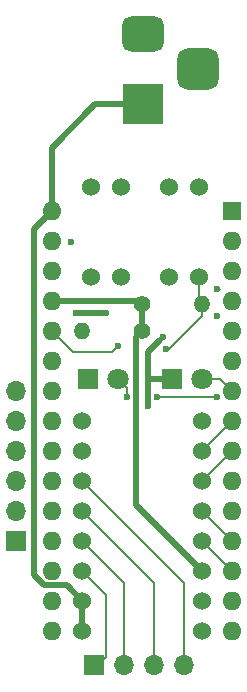
<source format=gbr>
%TF.GenerationSoftware,KiCad,Pcbnew,8.0.5*%
%TF.CreationDate,2024-10-30T18:10:09+09:00*%
%TF.ProjectId,BD,42442e6b-6963-4616-945f-706362585858,rev?*%
%TF.SameCoordinates,Original*%
%TF.FileFunction,Copper,L1,Top*%
%TF.FilePolarity,Positive*%
%FSLAX46Y46*%
G04 Gerber Fmt 4.6, Leading zero omitted, Abs format (unit mm)*
G04 Created by KiCad (PCBNEW 8.0.5) date 2024-10-30 18:10:09*
%MOMM*%
%LPD*%
G01*
G04 APERTURE LIST*
G04 Aperture macros list*
%AMRoundRect*
0 Rectangle with rounded corners*
0 $1 Rounding radius*
0 $2 $3 $4 $5 $6 $7 $8 $9 X,Y pos of 4 corners*
0 Add a 4 corners polygon primitive as box body*
4,1,4,$2,$3,$4,$5,$6,$7,$8,$9,$2,$3,0*
0 Add four circle primitives for the rounded corners*
1,1,$1+$1,$2,$3*
1,1,$1+$1,$4,$5*
1,1,$1+$1,$6,$7*
1,1,$1+$1,$8,$9*
0 Add four rect primitives between the rounded corners*
20,1,$1+$1,$2,$3,$4,$5,0*
20,1,$1+$1,$4,$5,$6,$7,0*
20,1,$1+$1,$6,$7,$8,$9,0*
20,1,$1+$1,$8,$9,$2,$3,0*%
G04 Aperture macros list end*
%TA.AperFunction,ComponentPad*%
%ADD10C,1.400000*%
%TD*%
%TA.AperFunction,ComponentPad*%
%ADD11O,1.400000X1.400000*%
%TD*%
%TA.AperFunction,ComponentPad*%
%ADD12R,1.700000X1.700000*%
%TD*%
%TA.AperFunction,ComponentPad*%
%ADD13O,1.700000X1.700000*%
%TD*%
%TA.AperFunction,ComponentPad*%
%ADD14R,1.800000X1.800000*%
%TD*%
%TA.AperFunction,ComponentPad*%
%ADD15C,1.800000*%
%TD*%
%TA.AperFunction,ComponentPad*%
%ADD16C,1.524000*%
%TD*%
%TA.AperFunction,ComponentPad*%
%ADD17R,3.500000X3.500000*%
%TD*%
%TA.AperFunction,ComponentPad*%
%ADD18RoundRect,0.750000X-1.000000X0.750000X-1.000000X-0.750000X1.000000X-0.750000X1.000000X0.750000X0*%
%TD*%
%TA.AperFunction,ComponentPad*%
%ADD19RoundRect,0.875000X-0.875000X0.875000X-0.875000X-0.875000X0.875000X-0.875000X0.875000X0.875000X0*%
%TD*%
%TA.AperFunction,ComponentPad*%
%ADD20R,1.600000X1.600000*%
%TD*%
%TA.AperFunction,ComponentPad*%
%ADD21O,1.600000X1.600000*%
%TD*%
%TA.AperFunction,ViaPad*%
%ADD22C,0.600000*%
%TD*%
%TA.AperFunction,Conductor*%
%ADD23C,0.500000*%
%TD*%
%TA.AperFunction,Conductor*%
%ADD24C,0.200000*%
%TD*%
G04 APERTURE END LIST*
D10*
%TO.P,R2,1*%
%TO.N,+5V*%
X36771500Y-47340000D03*
D11*
%TO.P,R2,2*%
%TO.N,SW2*%
X41851500Y-47340000D03*
%TD*%
D12*
%TO.P,J2,1,Pin_1*%
%TO.N,Net-(J2-Pin_1)*%
X32717500Y-77978000D03*
D13*
%TO.P,J2,2,Pin_2*%
%TO.N,Net-(J2-Pin_2)*%
X35257500Y-77978000D03*
%TO.P,J2,3,Pin_3*%
%TO.N,Net-(J2-Pin_3)*%
X37797500Y-77978000D03*
%TO.P,J2,4,Pin_4*%
%TO.N,Net-(J2-Pin_4)*%
X40337500Y-77978000D03*
%TD*%
D14*
%TO.P,D1,1,K*%
%TO.N,GND*%
X32194500Y-53690000D03*
D15*
%TO.P,D1,2,A*%
%TO.N,Net-(A1-D2)*%
X34734500Y-53690000D03*
%TD*%
D16*
%TO.P,SW1,1,1*%
%TO.N,SW1*%
X32453500Y-45054000D03*
%TO.P,SW1,2,2*%
%TO.N,GND*%
X34993500Y-45054000D03*
%TO.P,SW1,3*%
%TO.N,N/C*%
X34993500Y-37434000D03*
%TO.P,SW1,4*%
X32453500Y-37434000D03*
%TD*%
D10*
%TO.P,R1,1*%
%TO.N,+5V*%
X36771500Y-49626000D03*
D11*
%TO.P,R1,2*%
%TO.N,SW1*%
X31691500Y-49626000D03*
%TD*%
D16*
%TO.P,U1,1,LARGE*%
%TO.N,GND*%
X41851500Y-75026000D03*
%TO.P,U1,2,MODE*%
X41851500Y-72486000D03*
%TO.P,U1,3,STBY*%
%TO.N,+5V*%
X41851500Y-69946000D03*
%TO.P,U1,4,IN4*%
%TO.N,IN4*%
X41851500Y-67406000D03*
%TO.P,U1,5,IN3*%
%TO.N,IN3*%
X41851500Y-64866000D03*
%TO.P,U1,6,IN2*%
%TO.N,IN2*%
X41851500Y-62326000D03*
%TO.P,U1,7,IN1*%
%TO.N,IN1*%
X41851500Y-59786000D03*
%TO.P,U1,8,GND*%
%TO.N,GND*%
X41851500Y-57246000D03*
%TO.P,U1,9,GND*%
%TO.N,unconnected-(U1-GND-Pad9)*%
X31691500Y-57246000D03*
%TO.P,U1,10,GND*%
%TO.N,unconnected-(U1-GND-Pad10)*%
X31691500Y-59786000D03*
%TO.P,U1,11,OUT1*%
%TO.N,Net-(J2-Pin_4)*%
X31691500Y-62326000D03*
%TO.P,U1,12,OUT2*%
%TO.N,Net-(J2-Pin_3)*%
X31691500Y-64866000D03*
%TO.P,U1,13,OUT3*%
%TO.N,Net-(J2-Pin_2)*%
X31691500Y-67406000D03*
%TO.P,U1,14,OUT4*%
%TO.N,Net-(J2-Pin_1)*%
X31691500Y-69946000D03*
%TO.P,U1,15,VM*%
%TO.N,VCC*%
X31691500Y-72486000D03*
%TO.P,U1,16,VM*%
X31691500Y-75026000D03*
%TD*%
%TO.P,SW2,1,1*%
%TO.N,SW2*%
X41597500Y-45054000D03*
%TO.P,SW2,2,2*%
%TO.N,GND*%
X39057500Y-45054000D03*
%TO.P,SW2,3*%
%TO.N,N/C*%
X41597500Y-37434000D03*
%TO.P,SW2,4*%
X39057500Y-37434000D03*
%TD*%
D14*
%TO.P,D2,1,K*%
%TO.N,GND*%
X39306500Y-53690000D03*
D15*
%TO.P,D2,2,A*%
%TO.N,Net-(A1-D4)*%
X41846500Y-53690000D03*
%TD*%
D12*
%TO.P,J1,1,Pin_1*%
%TO.N,Net-(A1-A0)*%
X26103500Y-67406000D03*
D13*
%TO.P,J1,2,Pin_2*%
%TO.N,Net-(A1-A1)*%
X26103500Y-64866000D03*
%TO.P,J1,3,Pin_3*%
%TO.N,Net-(A1-A2)*%
X26103500Y-62326000D03*
%TO.P,J1,4,Pin_4*%
%TO.N,Net-(A1-A3)*%
X26103500Y-59786000D03*
%TO.P,J1,5,Pin_5*%
%TO.N,Net-(A1-SDA{slash}A4)*%
X26103500Y-57246000D03*
%TO.P,J1,6,Pin_6*%
%TO.N,Net-(A1-SCL{slash}A5)*%
X26103500Y-54706000D03*
%TD*%
D17*
%TO.P,J4,1*%
%TO.N,VCC*%
X36830000Y-30480000D03*
D18*
%TO.P,J4,2*%
%TO.N,GND*%
X36830000Y-24480000D03*
D19*
%TO.P,J4,3*%
%TO.N,N/C*%
X41530000Y-27480000D03*
%TD*%
D20*
%TO.P,A1,1,TX1*%
%TO.N,unconnected-(A1-TX1-Pad1)*%
X44391500Y-39466000D03*
D21*
%TO.P,A1,2,RX1*%
%TO.N,unconnected-(A1-RX1-Pad2)*%
X44391500Y-42006000D03*
%TO.P,A1,3,~{RESET}*%
%TO.N,unconnected-(A1-~{RESET}-Pad3)*%
X44391500Y-44546000D03*
%TO.P,A1,4,GND*%
%TO.N,GND*%
X44391500Y-47086000D03*
%TO.P,A1,5,D2*%
%TO.N,Net-(A1-D2)*%
X44391500Y-49626000D03*
%TO.P,A1,6,D3*%
%TO.N,unconnected-(A1-D3-Pad6)*%
X44391500Y-52166000D03*
%TO.P,A1,7,D4*%
%TO.N,Net-(A1-D4)*%
X44391500Y-54706000D03*
%TO.P,A1,8,D5*%
%TO.N,IN1*%
X44391500Y-57246000D03*
%TO.P,A1,9,D6*%
%TO.N,IN2*%
X44391500Y-59786000D03*
%TO.P,A1,10,D7*%
%TO.N,unconnected-(A1-D7-Pad10)*%
X44391500Y-62326000D03*
%TO.P,A1,11,D8*%
%TO.N,unconnected-(A1-D8-Pad11)*%
X44391500Y-64866000D03*
%TO.P,A1,12,D9*%
%TO.N,IN3*%
X44391500Y-67406000D03*
%TO.P,A1,13,D10*%
%TO.N,IN4*%
X44391500Y-69946000D03*
%TO.P,A1,14,MOSI*%
%TO.N,unconnected-(A1-MOSI-Pad14)*%
X44391500Y-72486000D03*
%TO.P,A1,15,MISO*%
%TO.N,unconnected-(A1-MISO-Pad15)*%
X44391500Y-75026000D03*
%TO.P,A1,16,SCK*%
%TO.N,unconnected-(A1-SCK-Pad16)*%
X29151500Y-75026000D03*
%TO.P,A1,17,3V3*%
%TO.N,unconnected-(A1-3V3-Pad17)*%
X29151500Y-72486000D03*
%TO.P,A1,18,AREF*%
%TO.N,unconnected-(A1-AREF-Pad18)*%
X29151500Y-69946000D03*
%TO.P,A1,19,A0*%
%TO.N,Net-(A1-A0)*%
X29151500Y-67406000D03*
%TO.P,A1,20,A1*%
%TO.N,Net-(A1-A1)*%
X29151500Y-64866000D03*
%TO.P,A1,21,A2*%
%TO.N,Net-(A1-A2)*%
X29151500Y-62326000D03*
%TO.P,A1,22,A3*%
%TO.N,Net-(A1-A3)*%
X29151500Y-59786000D03*
%TO.P,A1,23,SDA/A4*%
%TO.N,Net-(A1-SDA{slash}A4)*%
X29151500Y-57246000D03*
%TO.P,A1,24,SCL/A5*%
%TO.N,Net-(A1-SCL{slash}A5)*%
X29151500Y-54706000D03*
%TO.P,A1,25,A6*%
%TO.N,SW1*%
X29151500Y-52166000D03*
%TO.P,A1,26,A7*%
%TO.N,SW2*%
X29151500Y-49626000D03*
%TO.P,A1,27,+5V*%
%TO.N,+5V*%
X29151500Y-47086000D03*
%TO.P,A1,28,~{RESET}*%
%TO.N,unconnected-(A1-~{RESET}-Pad28)*%
X29151500Y-44546000D03*
%TO.P,A1,29,GND*%
%TO.N,GND*%
X29151500Y-42006000D03*
%TO.P,A1,30,VIN*%
%TO.N,VCC*%
X29151500Y-39466000D03*
%TD*%
D22*
%TO.N,GND*%
X33723500Y-48102000D03*
X38549500Y-50134000D03*
X31183500Y-48102000D03*
X43121500Y-46070000D03*
X30734000Y-42164000D03*
X37279500Y-53690000D03*
X43121500Y-48356000D03*
X37279500Y-55976000D03*
%TO.N,Net-(A1-D2)*%
X43121500Y-55214000D03*
X38041500Y-55214000D03*
X35501500Y-55214000D03*
%TO.N,SW2*%
X38803500Y-51150000D03*
X34739500Y-50896000D03*
%TD*%
D23*
%TO.N,VCC*%
X27627500Y-40990000D02*
X29151500Y-39466000D01*
X30401500Y-71196000D02*
X28496000Y-71196000D01*
X27627500Y-70327500D02*
X27627500Y-40990000D01*
X31691500Y-72486000D02*
X30401500Y-71196000D01*
X28496000Y-71196000D02*
X27627500Y-70327500D01*
X31691500Y-75026000D02*
X31691500Y-72486000D01*
D24*
%TO.N,IN1*%
X41851500Y-59786000D02*
X44391500Y-57246000D01*
D23*
%TO.N,GND*%
X37279500Y-53690000D02*
X37279500Y-51404000D01*
D24*
X38295500Y-50388000D02*
X38549500Y-50134000D01*
D23*
X37279500Y-51404000D02*
X38295500Y-50388000D01*
X37279500Y-55976000D02*
X37279500Y-53690000D01*
X33723500Y-48102000D02*
X31183500Y-48102000D01*
X37279500Y-53690000D02*
X39306500Y-53690000D01*
D24*
X43121500Y-46070000D02*
X43375500Y-46070000D01*
%TO.N,Net-(A1-D2)*%
X35501500Y-55214000D02*
X35501500Y-54457000D01*
X43121500Y-55214000D02*
X38041500Y-55214000D01*
X35501500Y-54457000D02*
X34734500Y-53690000D01*
%TO.N,IN2*%
X44391500Y-59786000D02*
X41851500Y-62326000D01*
%TO.N,Net-(A1-D4)*%
X41846500Y-53690000D02*
X43375500Y-53690000D01*
X43375500Y-53690000D02*
X44391500Y-54706000D01*
D23*
%TO.N,+5V*%
X36771500Y-47340000D02*
X36771500Y-48356000D01*
X29151500Y-47086000D02*
X36517500Y-47086000D01*
X36263500Y-64358000D02*
X41851500Y-69946000D01*
D24*
X36517500Y-47086000D02*
X36771500Y-47340000D01*
D23*
X36771500Y-49626000D02*
X36263500Y-50134000D01*
X36771500Y-48356000D02*
X36771500Y-49626000D01*
X36263500Y-50134000D02*
X36263500Y-64358000D01*
D24*
%TO.N,SW2*%
X41597500Y-45054000D02*
X41597500Y-47086000D01*
X30929500Y-51404000D02*
X29151500Y-49626000D01*
X39057500Y-51150000D02*
X41851500Y-48356000D01*
X38803500Y-51150000D02*
X39057500Y-51150000D01*
X34739500Y-50896000D02*
X34231500Y-51404000D01*
X41851500Y-48356000D02*
X41851500Y-47340000D01*
X34231500Y-51404000D02*
X30929500Y-51404000D01*
X41597500Y-47086000D02*
X41851500Y-47340000D01*
%TO.N,IN3*%
X41851500Y-64866000D02*
X44391500Y-67406000D01*
%TO.N,IN4*%
X41851500Y-67406000D02*
X44391500Y-69946000D01*
D23*
%TO.N,VCC*%
X36830000Y-30480000D02*
X32803500Y-30480000D01*
X29151500Y-34132000D02*
X29151500Y-39466000D01*
X32803500Y-30480000D02*
X29151500Y-34132000D01*
D24*
%TO.N,Net-(J2-Pin_3)*%
X37797500Y-70972000D02*
X31691500Y-64866000D01*
X37797500Y-78303000D02*
X37797500Y-70972000D01*
%TO.N,Net-(J2-Pin_1)*%
X33723500Y-77297000D02*
X33723500Y-71978000D01*
X33723500Y-71978000D02*
X31691500Y-69946000D01*
X32717500Y-78303000D02*
X33723500Y-77297000D01*
%TO.N,Net-(J2-Pin_4)*%
X40327500Y-70962000D02*
X40327500Y-78293000D01*
X40327500Y-78293000D02*
X40337500Y-78303000D01*
X31691500Y-62326000D02*
X40327500Y-70962000D01*
%TO.N,Net-(J2-Pin_2)*%
X35257500Y-70972000D02*
X31691500Y-67406000D01*
X35257500Y-78303000D02*
X35257500Y-70972000D01*
%TD*%
M02*

</source>
